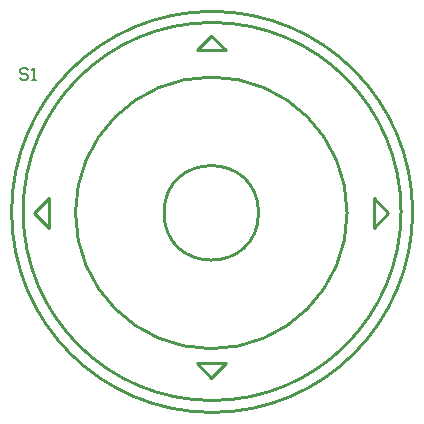
<source format=gto>
G04 Layer_Color=65535*
%FSLAX25Y25*%
%MOIN*%
G70*
G01*
G75*
%ADD10C,0.01000*%
%ADD17C,0.00800*%
D10*
X-100615Y75572D02*
G03*
X-100615Y75572I-15748J0D01*
G01*
X-71088D02*
G03*
X-71088Y75572I-45276J0D01*
G01*
X-49261Y75891D02*
G03*
X-49261Y75891I-66831J0D01*
G01*
X-53100Y76031D02*
G03*
X-53100Y76031I-62992J0D01*
G01*
X-116363Y20553D02*
X-111442Y25474D01*
X-121285D02*
X-116363Y20553D01*
X-121285Y25474D02*
X-111442D01*
X-62230Y80493D02*
X-57308Y75572D01*
X-62230Y70651D02*
X-57308Y75572D01*
X-62230Y70651D02*
Y80493D01*
X-175517Y75474D02*
X-170596Y70553D01*
X-175517Y75474D02*
X-170596Y80395D01*
Y70553D02*
Y80395D01*
X-121285Y129706D02*
X-111442D01*
X-116363Y134627D02*
X-111442Y129706D01*
X-121285D02*
X-116363Y134627D01*
D17*
X-177598Y123205D02*
X-178264Y123871D01*
X-179597D01*
X-180263Y123205D01*
Y122538D01*
X-179597Y121872D01*
X-178264D01*
X-177598Y121205D01*
Y120539D01*
X-178264Y119872D01*
X-179597D01*
X-180263Y120539D01*
X-176265Y119872D02*
X-174932D01*
X-175598D01*
Y123871D01*
X-176265Y123205D01*
M02*

</source>
